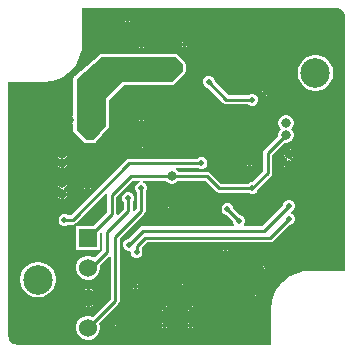
<source format=gbl>
G04*
G04 #@! TF.GenerationSoftware,Altium Limited,Altium Designer,22.0.2 (36)*
G04*
G04 Layer_Physical_Order=2*
G04 Layer_Color=16711680*
%FSLAX25Y25*%
%MOIN*%
G70*
G04*
G04 #@! TF.SameCoordinates,8AFDD3F0-81C4-4118-9C40-4E65E406D428*
G04*
G04*
G04 #@! TF.FilePolarity,Positive*
G04*
G01*
G75*
%ADD11C,0.01000*%
%ADD58C,0.06000*%
%ADD59R,0.06000X0.06000*%
%ADD60C,0.09843*%
%ADD61C,0.03150*%
%ADD62C,0.01968*%
G36*
X520336Y439862D02*
X520955Y439645D01*
X521510Y439296D01*
X521974Y438833D01*
X522322Y438278D01*
X522539Y437659D01*
X522618Y436952D01*
Y352381D01*
X510827D01*
X510778Y352372D01*
X510728Y352377D01*
X508424Y352150D01*
X508330Y352121D01*
X508231Y352111D01*
X506015Y351439D01*
X505928Y351393D01*
X505834Y351364D01*
X503792Y350272D01*
X503715Y350210D01*
X503628Y350163D01*
X501838Y348694D01*
X501776Y348618D01*
X501699Y348555D01*
X500231Y346765D01*
X500184Y346678D01*
X500121Y346602D01*
X499030Y344560D01*
X499001Y344465D01*
X498954Y344378D01*
X498282Y342162D01*
X498273Y342064D01*
X498244Y341969D01*
X498017Y339665D01*
X498022Y339616D01*
X498012Y339567D01*
Y327775D01*
X413442Y327775D01*
X412734Y327855D01*
X412116Y328071D01*
X411561Y328420D01*
X411097Y328884D01*
X410748Y329439D01*
X410532Y330057D01*
X410452Y330765D01*
Y415335D01*
X422244D01*
X422293Y415345D01*
X422342Y415340D01*
X424647Y415567D01*
X424741Y415596D01*
X424839Y415605D01*
X427055Y416277D01*
X427142Y416324D01*
X427237Y416353D01*
X429279Y417444D01*
X429355Y417507D01*
X429443Y417553D01*
X431232Y419022D01*
X431295Y419099D01*
X431371Y419161D01*
X432840Y420951D01*
X432887Y421038D01*
X432949Y421115D01*
X434041Y423157D01*
X434070Y423251D01*
X434116Y423338D01*
X434788Y425554D01*
X434798Y425653D01*
X434827Y425747D01*
X435054Y428051D01*
X435049Y428101D01*
X435058Y428150D01*
Y439941D01*
X519629D01*
X520336Y439862D01*
D02*
G37*
%LPC*%
G36*
X450500Y437079D02*
Y436721D01*
X450858D01*
X450834Y436778D01*
X450558Y437055D01*
X450500Y437079D01*
D02*
G37*
G36*
X449500D02*
X449442Y437055D01*
X449166Y436778D01*
X449142Y436721D01*
X449500D01*
Y437079D01*
D02*
G37*
G36*
X450858Y435720D02*
X450500D01*
Y435362D01*
X450558Y435386D01*
X450834Y435663D01*
X450858Y435720D01*
D02*
G37*
G36*
X449500D02*
X449142D01*
X449166Y435663D01*
X449442Y435386D01*
X449500Y435362D01*
Y435720D01*
D02*
G37*
G36*
X469791Y428811D02*
Y428453D01*
X470150D01*
X470126Y428510D01*
X469849Y428787D01*
X469791Y428811D01*
D02*
G37*
G36*
X468791D02*
X468734Y428787D01*
X468457Y428510D01*
X468433Y428453D01*
X468791D01*
Y428811D01*
D02*
G37*
G36*
X455224Y428417D02*
Y428059D01*
X455583D01*
X455559Y428117D01*
X455282Y428394D01*
X455224Y428417D01*
D02*
G37*
G36*
X454224D02*
X454167Y428394D01*
X453890Y428117D01*
X453866Y428059D01*
X454224D01*
Y428417D01*
D02*
G37*
G36*
X470150Y427453D02*
X469791D01*
Y427095D01*
X469849Y427118D01*
X470126Y427395D01*
X470150Y427453D01*
D02*
G37*
G36*
X468791D02*
X468433D01*
X468457Y427395D01*
X468734Y427118D01*
X468791Y427095D01*
Y427453D01*
D02*
G37*
G36*
X455583Y427059D02*
X455224D01*
Y426701D01*
X455282Y426725D01*
X455559Y427001D01*
X455583Y427059D01*
D02*
G37*
G36*
X454224D02*
X453866D01*
X453890Y427001D01*
X454167Y426725D01*
X454224Y426701D01*
Y427059D01*
D02*
G37*
G36*
X513378Y424228D02*
X512212D01*
X511068Y424001D01*
X509990Y423555D01*
X509021Y422906D01*
X508196Y422082D01*
X507548Y421112D01*
X507101Y420034D01*
X506874Y418890D01*
Y417724D01*
X507101Y416580D01*
X507548Y415502D01*
X508196Y414533D01*
X509021Y413708D01*
X509990Y413060D01*
X511068Y412613D01*
X512212Y412386D01*
X513378D01*
X514522Y412613D01*
X515600Y413060D01*
X516570Y413708D01*
X517394Y414533D01*
X518043Y415502D01*
X518489Y416580D01*
X518716Y417724D01*
Y418890D01*
X518489Y420034D01*
X518043Y421112D01*
X517394Y422082D01*
X516570Y422906D01*
X515600Y423555D01*
X514522Y424001D01*
X513378Y424228D01*
D02*
G37*
G36*
X496169Y412276D02*
Y411917D01*
X496527D01*
X496504Y411975D01*
X496227Y412252D01*
X496169Y412276D01*
D02*
G37*
G36*
X495169D02*
X495112Y412252D01*
X494835Y411975D01*
X494811Y411917D01*
X495169D01*
Y412276D01*
D02*
G37*
G36*
X496527Y410917D02*
X496169D01*
Y410559D01*
X496227Y410583D01*
X496504Y410860D01*
X496527Y410917D01*
D02*
G37*
G36*
X495169D02*
X494811D01*
X494835Y410860D01*
X495112Y410583D01*
X495169Y410559D01*
Y410917D01*
D02*
G37*
G36*
X477560Y417339D02*
X476771D01*
X476041Y417036D01*
X475483Y416478D01*
X475181Y415749D01*
Y414960D01*
X475483Y414230D01*
X476041Y413672D01*
X476771Y413370D01*
X476987D01*
X481989Y408367D01*
X482486Y408036D01*
X483071Y407919D01*
X490455D01*
X490608Y407767D01*
X491338Y407465D01*
X492127D01*
X492856Y407767D01*
X493414Y408325D01*
X493716Y409054D01*
Y409843D01*
X493414Y410573D01*
X492856Y411131D01*
X492127Y411433D01*
X491338D01*
X490608Y411131D01*
X490455Y410978D01*
X483704D01*
X479150Y415533D01*
Y415749D01*
X478848Y416478D01*
X478289Y417036D01*
X477560Y417339D01*
D02*
G37*
G36*
X466134Y424649D02*
X441629D01*
X441474Y424618D01*
X441318Y424600D01*
X441281Y424580D01*
X441239Y424572D01*
X441108Y424484D01*
X440970Y424407D01*
X432496Y417217D01*
X432470Y417184D01*
X432435Y417161D01*
X432347Y417029D01*
X432249Y416905D01*
X432237Y416865D01*
X432214Y416830D01*
X432183Y416675D01*
X432140Y416523D01*
X432145Y416481D01*
X432136Y416440D01*
Y404262D01*
X431636Y404055D01*
X431601Y404091D01*
X431209Y404253D01*
Y402756D01*
Y401259D01*
X431601Y401421D01*
X431636Y401456D01*
X432136Y401249D01*
Y398978D01*
X432142Y398952D01*
X432138Y398925D01*
X432180Y398757D01*
X432214Y398587D01*
X432229Y398565D01*
X432235Y398539D01*
X432339Y398401D01*
X432435Y398257D01*
X432457Y398242D01*
X432473Y398220D01*
X435895Y395134D01*
X436043Y395045D01*
X436188Y394949D01*
X436214Y394944D01*
X436236Y394930D01*
X436408Y394905D01*
X436578Y394871D01*
X438976D01*
X439020Y394880D01*
X439064Y394875D01*
X439214Y394919D01*
X439367Y394949D01*
X439403Y394974D01*
X439446Y394986D01*
X439568Y395083D01*
X439697Y395170D01*
X439722Y395207D01*
X439757Y395235D01*
X443694Y399916D01*
X443769Y400052D01*
X443855Y400182D01*
X443864Y400225D01*
X443885Y400264D01*
X443903Y400419D01*
X443933Y400572D01*
Y409420D01*
X448847Y414335D01*
X464961D01*
X465351Y414412D01*
X465682Y414633D01*
X469225Y418177D01*
X469446Y418507D01*
X469523Y418898D01*
Y421260D01*
X469446Y421650D01*
X469225Y421981D01*
X466855Y424351D01*
X466524Y424572D01*
X466134Y424649D01*
D02*
G37*
G36*
X455224Y404008D02*
Y403650D01*
X455583D01*
X455559Y403707D01*
X455282Y403984D01*
X455224Y404008D01*
D02*
G37*
G36*
X454224D02*
X454167Y403984D01*
X453890Y403707D01*
X453866Y403650D01*
X454224D01*
Y404008D01*
D02*
G37*
G36*
X430209Y404253D02*
X429817Y404091D01*
X429374Y403648D01*
X429211Y403256D01*
X430209D01*
Y404253D01*
D02*
G37*
G36*
X455583Y402650D02*
X455224D01*
Y402291D01*
X455282Y402315D01*
X455559Y402592D01*
X455583Y402650D01*
D02*
G37*
G36*
X454224D02*
X453866D01*
X453890Y402592D01*
X454167Y402315D01*
X454224Y402291D01*
Y402650D01*
D02*
G37*
G36*
X430209Y402256D02*
X429211D01*
X429374Y401864D01*
X429817Y401421D01*
X430209Y401259D01*
Y402256D01*
D02*
G37*
G36*
X503292Y404150D02*
X502614D01*
X501959Y403974D01*
X501372Y403635D01*
X500892Y403156D01*
X500553Y402569D01*
X500378Y401914D01*
Y401236D01*
X500553Y400581D01*
X500892Y399994D01*
X501280Y399606D01*
X500892Y399219D01*
X500553Y398632D01*
X500378Y397977D01*
Y397299D01*
X500393Y397241D01*
X495769Y392617D01*
X495437Y392121D01*
X495321Y391535D01*
Y385673D01*
X491554Y381906D01*
X491338D01*
X490608Y381603D01*
X490455Y381451D01*
X481342D01*
X477778Y385015D01*
X477281Y385347D01*
X476696Y385463D01*
X466959D01*
X466930Y385515D01*
X466450Y385994D01*
X466164Y386160D01*
X466298Y386660D01*
X473526D01*
X473679Y386507D01*
X474408Y386205D01*
X475198D01*
X475927Y386507D01*
X476485Y387065D01*
X476787Y387794D01*
Y388584D01*
X476485Y389313D01*
X475927Y389871D01*
X475198Y390173D01*
X474408D01*
X473679Y389871D01*
X473526Y389718D01*
X450787D01*
X450202Y389602D01*
X449706Y389270D01*
X431256Y370821D01*
X430411D01*
X430258Y370973D01*
X429529Y371276D01*
X428739D01*
X428010Y370973D01*
X427452Y370415D01*
X427150Y369686D01*
Y368897D01*
X427452Y368167D01*
X428010Y367609D01*
X428739Y367307D01*
X429529D01*
X430258Y367609D01*
X430411Y367762D01*
X431890D01*
X432475Y367878D01*
X432971Y368210D01*
X442972Y378211D01*
X443433Y377965D01*
X443353Y377559D01*
Y371854D01*
X438845Y367347D01*
X433008D01*
Y359347D01*
X441008D01*
Y365100D01*
X441334Y365382D01*
X441778Y365160D01*
Y359295D01*
X439189Y356706D01*
X438552Y357074D01*
X437535Y357347D01*
X436481D01*
X435464Y357074D01*
X434552Y356547D01*
X433807Y355802D01*
X433281Y354890D01*
X433008Y353873D01*
Y352820D01*
X433281Y351802D01*
X433807Y350890D01*
X434552Y350146D01*
X435464Y349619D01*
X436481Y349346D01*
X437535D01*
X438552Y349619D01*
X439464Y350146D01*
X440209Y350890D01*
X440735Y351802D01*
X441008Y352820D01*
Y353873D01*
X440939Y354130D01*
X444034Y357225D01*
X444534Y357018D01*
Y343035D01*
X438565Y337066D01*
X438552Y337074D01*
X437535Y337347D01*
X436481D01*
X435464Y337074D01*
X434552Y336547D01*
X433807Y335803D01*
X433281Y334890D01*
X433008Y333873D01*
Y332820D01*
X433281Y331803D01*
X433807Y330890D01*
X434552Y330146D01*
X435464Y329619D01*
X436481Y329346D01*
X437535D01*
X438552Y329619D01*
X439464Y330146D01*
X440209Y330890D01*
X440735Y331803D01*
X441008Y332820D01*
Y333873D01*
X440735Y334890D01*
X440728Y334904D01*
X447144Y341320D01*
X447476Y341816D01*
X447592Y342402D01*
Y363146D01*
X455781Y371334D01*
X456112Y371831D01*
X456229Y372416D01*
Y378670D01*
X456381Y378822D01*
X456683Y379552D01*
Y380341D01*
X456381Y381070D01*
X455823Y381628D01*
X455094Y381931D01*
X455157Y382404D01*
X462779D01*
X462809Y382353D01*
X463288Y381873D01*
X463875Y381535D01*
X464530Y381359D01*
X465208D01*
X465863Y381535D01*
X466450Y381873D01*
X466930Y382353D01*
X466959Y382404D01*
X476063D01*
X479627Y378840D01*
X480123Y378508D01*
X480709Y378392D01*
X490455D01*
X490608Y378239D01*
X491338Y377937D01*
X492127D01*
X492856Y378239D01*
X493414Y378797D01*
X493716Y379527D01*
Y379743D01*
X497932Y383958D01*
X498263Y384454D01*
X498380Y385039D01*
Y390902D01*
X502556Y395078D01*
X502614Y395063D01*
X503292D01*
X503947Y395238D01*
X504534Y395577D01*
X505013Y396057D01*
X505352Y396644D01*
X505528Y397299D01*
Y397977D01*
X505352Y398632D01*
X505013Y399219D01*
X504626Y399606D01*
X505013Y399994D01*
X505352Y400581D01*
X505528Y401236D01*
Y401914D01*
X505352Y402569D01*
X505013Y403156D01*
X504534Y403635D01*
X503947Y403974D01*
X503292Y404150D01*
D02*
G37*
G36*
X456405Y394953D02*
Y394595D01*
X456764D01*
X456740Y394652D01*
X456463Y394929D01*
X456405Y394953D01*
D02*
G37*
G36*
X455406D02*
X455348Y394929D01*
X455071Y394652D01*
X455047Y394595D01*
X455406D01*
Y394953D01*
D02*
G37*
G36*
X456764Y393595D02*
X456405D01*
Y393236D01*
X456463Y393260D01*
X456740Y393537D01*
X456764Y393595D01*
D02*
G37*
G36*
X455406D02*
X455047D01*
X455071Y393537D01*
X455348Y393260D01*
X455406Y393236D01*
Y393595D01*
D02*
G37*
G36*
X504437Y392836D02*
Y391839D01*
X505435D01*
X505272Y392231D01*
X504829Y392674D01*
X504437Y392836D01*
D02*
G37*
G36*
X503437D02*
X503045Y392674D01*
X502602Y392231D01*
X502440Y391839D01*
X503437D01*
Y392836D01*
D02*
G37*
G36*
X428847Y392639D02*
Y391642D01*
X429844D01*
X429681Y392034D01*
X429239Y392477D01*
X428847Y392639D01*
D02*
G37*
G36*
X427846D02*
X427454Y392477D01*
X427011Y392034D01*
X426849Y391642D01*
X427846D01*
Y392639D01*
D02*
G37*
G36*
X491445Y389047D02*
Y388689D01*
X491803D01*
X491779Y388747D01*
X491502Y389023D01*
X491445Y389047D01*
D02*
G37*
G36*
X490445D02*
X490387Y389023D01*
X490110Y388747D01*
X490087Y388689D01*
X490445D01*
Y389047D01*
D02*
G37*
G36*
X429844Y390642D02*
X426849D01*
X427011Y390250D01*
X427272Y389989D01*
X427399Y389665D01*
X427272Y389341D01*
X427011Y389081D01*
X426849Y388689D01*
X429844D01*
X429681Y389081D01*
X429421Y389341D01*
X429294Y389665D01*
X429421Y389989D01*
X429681Y390250D01*
X429844Y390642D01*
D02*
G37*
G36*
X505435Y390839D02*
X502440D01*
X502602Y390446D01*
X503045Y390003D01*
X503459Y389832D01*
Y389302D01*
X503045Y389130D01*
X502602Y388687D01*
X502440Y388295D01*
X505435D01*
X505272Y388687D01*
X504829Y389130D01*
X504415Y389302D01*
Y389832D01*
X504829Y390003D01*
X505272Y390446D01*
X505435Y390839D01*
D02*
G37*
G36*
X491803Y387689D02*
X491445D01*
Y387331D01*
X491502Y387355D01*
X491779Y387631D01*
X491803Y387689D01*
D02*
G37*
G36*
X490445D02*
X490087D01*
X490110Y387631D01*
X490387Y387355D01*
X490445Y387331D01*
Y387689D01*
D02*
G37*
G36*
X429844D02*
X428847D01*
Y386691D01*
X429239Y386854D01*
X429681Y387297D01*
X429844Y387689D01*
D02*
G37*
G36*
X427846D02*
X426849D01*
X427011Y387297D01*
X427454Y386854D01*
X427846Y386691D01*
Y387689D01*
D02*
G37*
G36*
X505435Y387295D02*
X504437D01*
Y386298D01*
X504829Y386460D01*
X505272Y386903D01*
X505435Y387295D01*
D02*
G37*
G36*
X503437D02*
X502440D01*
X502602Y386903D01*
X503045Y386460D01*
X503437Y386298D01*
Y387295D01*
D02*
G37*
G36*
X428847Y382994D02*
Y381996D01*
X429844D01*
X429681Y382388D01*
X429239Y382831D01*
X428847Y382994D01*
D02*
G37*
G36*
X427846D02*
X427454Y382831D01*
X427011Y382388D01*
X426849Y381996D01*
X427846D01*
Y382994D01*
D02*
G37*
G36*
X439083Y381173D02*
Y380815D01*
X439441D01*
X439417Y380873D01*
X439140Y381149D01*
X439083Y381173D01*
D02*
G37*
G36*
X438083D02*
X438025Y381149D01*
X437748Y380873D01*
X437724Y380815D01*
X438083D01*
Y381173D01*
D02*
G37*
G36*
X435539D02*
Y380815D01*
X435898D01*
X435874Y380873D01*
X435597Y381149D01*
X435539Y381173D01*
D02*
G37*
G36*
X434539D02*
X434482Y381149D01*
X434205Y380873D01*
X434181Y380815D01*
X434539D01*
Y381173D01*
D02*
G37*
G36*
X439441Y379815D02*
X439083D01*
Y379457D01*
X439140Y379481D01*
X439417Y379757D01*
X439441Y379815D01*
D02*
G37*
G36*
X438083D02*
X437724D01*
X437748Y379757D01*
X438025Y379481D01*
X438083Y379457D01*
Y379815D01*
D02*
G37*
G36*
X435898D02*
X435539D01*
Y379457D01*
X435597Y379481D01*
X435874Y379757D01*
X435898Y379815D01*
D02*
G37*
G36*
X434539D02*
X434181D01*
X434205Y379757D01*
X434482Y379481D01*
X434539Y379457D01*
Y379815D01*
D02*
G37*
G36*
X429844Y380996D02*
X426849D01*
X427011Y380604D01*
X427454Y380161D01*
X427869Y379990D01*
Y379459D01*
X427454Y379288D01*
X427011Y378845D01*
X426849Y378453D01*
X429844D01*
X429681Y378845D01*
X429239Y379288D01*
X428825Y379459D01*
Y379990D01*
X429239Y380161D01*
X429681Y380604D01*
X429844Y380996D01*
D02*
G37*
G36*
Y377453D02*
X428847D01*
Y376455D01*
X429239Y376618D01*
X429681Y377061D01*
X429844Y377453D01*
D02*
G37*
G36*
X427846D02*
X426849D01*
X427011Y377061D01*
X427454Y376618D01*
X427846Y376455D01*
Y377453D01*
D02*
G37*
G36*
X465067Y374874D02*
Y374516D01*
X465425D01*
X465401Y374573D01*
X465125Y374850D01*
X465067Y374874D01*
D02*
G37*
G36*
X464067D02*
X464009Y374850D01*
X463732Y374573D01*
X463709Y374516D01*
X464067D01*
Y374874D01*
D02*
G37*
G36*
X465425Y373516D02*
X465067D01*
Y373158D01*
X465125Y373181D01*
X465401Y373458D01*
X465425Y373516D01*
D02*
G37*
G36*
X464067D02*
X463709D01*
X463732Y373458D01*
X464009Y373181D01*
X464067Y373158D01*
Y373516D01*
D02*
G37*
G36*
X504332Y376000D02*
X503542D01*
X502813Y375698D01*
X502255Y375140D01*
X501953Y374410D01*
Y374194D01*
X495036Y367277D01*
X489241D01*
X489049Y367739D01*
X489084Y367774D01*
X489386Y368503D01*
Y369292D01*
X489084Y370022D01*
X488526Y370580D01*
X487796Y370882D01*
X487580D01*
X485449Y373013D01*
Y373229D01*
X485147Y373959D01*
X484589Y374517D01*
X483859Y374819D01*
X483070D01*
X482341Y374517D01*
X481782Y373959D01*
X481480Y373229D01*
Y372440D01*
X481782Y371711D01*
X482341Y371152D01*
X483070Y370850D01*
X483286D01*
X485417Y368719D01*
Y368503D01*
X485719Y367774D01*
X485754Y367739D01*
X485562Y367277D01*
X455344D01*
X454759Y367161D01*
X454263Y366829D01*
X450535Y363101D01*
X450319D01*
X449590Y362799D01*
X449031Y362241D01*
X448729Y361512D01*
Y360722D01*
X449031Y359993D01*
X449590Y359435D01*
X450319Y359133D01*
X450703D01*
X451117Y359064D01*
X451165Y358671D01*
Y358267D01*
X451468Y357537D01*
X452026Y356979D01*
X452755Y356677D01*
X453544D01*
X454274Y356979D01*
X454832Y357537D01*
X455134Y358267D01*
Y359056D01*
X454832Y359785D01*
X454991Y360309D01*
X456539Y361856D01*
X497638D01*
X498223Y361973D01*
X498719Y362304D01*
X504116Y367701D01*
X504332D01*
X505061Y368003D01*
X505619Y368561D01*
X505921Y369290D01*
Y370080D01*
X505619Y370809D01*
X505061Y371367D01*
X504548Y371580D01*
Y372121D01*
X505061Y372334D01*
X505619Y372892D01*
X505921Y373621D01*
Y374410D01*
X505619Y375140D01*
X505061Y375698D01*
X504332Y376000D01*
D02*
G37*
G36*
X483177Y360701D02*
Y360343D01*
X483535D01*
X483512Y360400D01*
X483235Y360677D01*
X483177Y360701D01*
D02*
G37*
G36*
X482177D02*
X482120Y360677D01*
X481843Y360400D01*
X481819Y360343D01*
X482177D01*
Y360701D01*
D02*
G37*
G36*
X483535Y359343D02*
X483177D01*
Y358984D01*
X483235Y359008D01*
X483512Y359285D01*
X483535Y359343D01*
D02*
G37*
G36*
X482177D02*
X481819D01*
X481843Y359285D01*
X482120Y359008D01*
X482177Y358984D01*
Y359343D01*
D02*
G37*
G36*
X497350Y355828D02*
Y354831D01*
X498348D01*
X498185Y355223D01*
X497742Y355666D01*
X497350Y355828D01*
D02*
G37*
G36*
X496350D02*
X495958Y355666D01*
X495515Y355223D01*
X495353Y354831D01*
X496350D01*
Y355828D01*
D02*
G37*
G36*
X498348Y353831D02*
X497350D01*
Y352833D01*
X497742Y352996D01*
X498185Y353439D01*
X498348Y353831D01*
D02*
G37*
G36*
X496350D02*
X495353D01*
X495515Y353439D01*
X495958Y352996D01*
X496350Y352833D01*
Y353831D01*
D02*
G37*
G36*
X468217Y349283D02*
Y348925D01*
X468575D01*
X468551Y348983D01*
X468274Y349260D01*
X468217Y349283D01*
D02*
G37*
G36*
X467216D02*
X467159Y349260D01*
X466882Y348983D01*
X466858Y348925D01*
X467216D01*
Y349283D01*
D02*
G37*
G36*
X453256Y348102D02*
Y347744D01*
X453614D01*
X453590Y347802D01*
X453313Y348078D01*
X453256Y348102D01*
D02*
G37*
G36*
X452256D02*
X452198Y348078D01*
X451922Y347802D01*
X451898Y347744D01*
X452256D01*
Y348102D01*
D02*
G37*
G36*
X468575Y347925D02*
X468217D01*
Y347567D01*
X468274Y347591D01*
X468551Y347868D01*
X468575Y347925D01*
D02*
G37*
G36*
X467216D02*
X466858D01*
X466882Y347868D01*
X467159Y347591D01*
X467216Y347567D01*
Y347925D01*
D02*
G37*
G36*
X453614Y346744D02*
X453256D01*
Y346386D01*
X453313Y346410D01*
X453590Y346687D01*
X453614Y346744D01*
D02*
G37*
G36*
X452256D02*
X451898D01*
X451922Y346687D01*
X452198Y346410D01*
X452256Y346386D01*
Y346744D01*
D02*
G37*
G36*
X494004Y345543D02*
Y345185D01*
X494362D01*
X494338Y345243D01*
X494062Y345519D01*
X494004Y345543D01*
D02*
G37*
G36*
X493004D02*
X492946Y345519D01*
X492669Y345243D01*
X492646Y345185D01*
X493004D01*
Y345543D01*
D02*
G37*
G36*
X437508Y346318D02*
Y343847D01*
X439980D01*
X439803Y344504D01*
X439408Y345188D01*
X438850Y345747D01*
X438166Y346142D01*
X437508Y346318D01*
D02*
G37*
G36*
X436508D02*
X435850Y346142D01*
X435166Y345747D01*
X434607Y345188D01*
X434212Y344504D01*
X434036Y343847D01*
X436508D01*
Y346318D01*
D02*
G37*
G36*
X494362Y344185D02*
X494004D01*
Y343827D01*
X494062Y343851D01*
X494338Y344127D01*
X494362Y344185D01*
D02*
G37*
G36*
X493004D02*
X492646D01*
X492669Y344127D01*
X492946Y343851D01*
X493004Y343827D01*
Y344185D01*
D02*
G37*
G36*
X420859Y355331D02*
X419692D01*
X418548Y355103D01*
X417471Y354657D01*
X416501Y354009D01*
X415676Y353184D01*
X415028Y352214D01*
X414582Y351137D01*
X414354Y349993D01*
Y348826D01*
X414582Y347682D01*
X415028Y346605D01*
X415676Y345635D01*
X416501Y344810D01*
X417471Y344162D01*
X418548Y343716D01*
X419692Y343488D01*
X420859D01*
X422003Y343716D01*
X423080Y344162D01*
X424050Y344810D01*
X424875Y345635D01*
X425523Y346605D01*
X425969Y347682D01*
X426197Y348826D01*
Y349993D01*
X425969Y351137D01*
X425523Y352214D01*
X424875Y353184D01*
X424050Y354009D01*
X423080Y354657D01*
X422003Y355103D01*
X420859Y355331D01*
D02*
G37*
G36*
X439980Y342846D02*
X437508D01*
Y340375D01*
X438166Y340551D01*
X438850Y340946D01*
X439408Y341504D01*
X439803Y342189D01*
X439980Y342846D01*
D02*
G37*
G36*
X436508D02*
X434036D01*
X434212Y342189D01*
X434607Y341504D01*
X435166Y340946D01*
X435850Y340551D01*
X436508Y340375D01*
Y342846D01*
D02*
G37*
G36*
X471760Y340622D02*
Y340264D01*
X472118D01*
X472094Y340321D01*
X471817Y340598D01*
X471760Y340622D01*
D02*
G37*
G36*
X470760D02*
X470702Y340598D01*
X470425Y340321D01*
X470402Y340264D01*
X470760D01*
Y340622D01*
D02*
G37*
G36*
X463098D02*
Y340264D01*
X463457D01*
X463433Y340321D01*
X463156Y340598D01*
X463098Y340622D01*
D02*
G37*
G36*
X462098D02*
X462041Y340598D01*
X461764Y340321D01*
X461740Y340264D01*
X462098D01*
Y340622D01*
D02*
G37*
G36*
X472118Y339264D02*
X471760D01*
Y338906D01*
X471817Y338929D01*
X472094Y339206D01*
X472118Y339264D01*
D02*
G37*
G36*
X470760D02*
X470402D01*
X470425Y339206D01*
X470702Y338929D01*
X470760Y338906D01*
Y339264D01*
D02*
G37*
G36*
X463457D02*
X463098D01*
Y338906D01*
X463156Y338929D01*
X463433Y339206D01*
X463457Y339264D01*
D02*
G37*
G36*
X462098D02*
X461740D01*
X461764Y339206D01*
X462041Y338929D01*
X462098Y338906D01*
Y339264D01*
D02*
G37*
G36*
X447350Y335504D02*
Y335146D01*
X447709D01*
X447685Y335203D01*
X447408Y335480D01*
X447350Y335504D01*
D02*
G37*
G36*
X446350D02*
X446293Y335480D01*
X446016Y335203D01*
X445992Y335146D01*
X446350D01*
Y335504D01*
D02*
G37*
G36*
X471760Y335110D02*
Y334752D01*
X472118D01*
X472094Y334809D01*
X471817Y335086D01*
X471760Y335110D01*
D02*
G37*
G36*
X470760D02*
X470702Y335086D01*
X470425Y334809D01*
X470402Y334752D01*
X470760D01*
Y335110D01*
D02*
G37*
G36*
X463098D02*
Y334752D01*
X463457D01*
X463433Y334809D01*
X463156Y335086D01*
X463098Y335110D01*
D02*
G37*
G36*
X462098D02*
X462041Y335086D01*
X461764Y334809D01*
X461740Y334752D01*
X462098D01*
Y335110D01*
D02*
G37*
G36*
X447709Y334146D02*
X447350D01*
Y333787D01*
X447408Y333811D01*
X447685Y334088D01*
X447709Y334146D01*
D02*
G37*
G36*
X446350D02*
X445992D01*
X446016Y334088D01*
X446293Y333811D01*
X446350Y333787D01*
Y334146D01*
D02*
G37*
G36*
X472118Y333752D02*
X471760D01*
Y333394D01*
X471817Y333418D01*
X472094Y333694D01*
X472118Y333752D01*
D02*
G37*
G36*
X470760D02*
X470402D01*
X470425Y333694D01*
X470702Y333418D01*
X470760Y333394D01*
Y333752D01*
D02*
G37*
G36*
X463457D02*
X463098D01*
Y333394D01*
X463156Y333418D01*
X463433Y333694D01*
X463457Y333752D01*
D02*
G37*
G36*
X462098D02*
X461740D01*
X461764Y333694D01*
X462041Y333418D01*
X462098Y333394D01*
Y333752D01*
D02*
G37*
%LPD*%
G36*
X468504Y421260D02*
Y418898D01*
X464961Y415354D01*
X448425D01*
X442913Y409842D01*
Y400572D01*
X438976Y395891D01*
X436578D01*
X433156Y398978D01*
Y401941D01*
X433284Y402417D01*
Y403095D01*
X433156Y403571D01*
Y416440D01*
X441629Y423630D01*
X466134D01*
X468504Y421260D01*
D02*
G37*
G36*
X454305Y381931D02*
X453575Y381628D01*
X453017Y381070D01*
X452715Y380341D01*
Y379552D01*
X453017Y378822D01*
X453170Y378670D01*
Y373049D01*
X452401Y372280D01*
X452086Y372386D01*
X451923Y372510D01*
Y375223D01*
X452076Y375376D01*
X452378Y376105D01*
Y376895D01*
X452076Y377624D01*
X451518Y378182D01*
X450788Y378484D01*
X449999D01*
X449270Y378182D01*
X448711Y377624D01*
X448410Y376895D01*
Y376105D01*
X448711Y375376D01*
X448864Y375223D01*
Y373074D01*
X446899Y371109D01*
X446671Y371161D01*
X446411Y371328D01*
Y376926D01*
X451890Y382404D01*
X454241D01*
X454305Y381931D01*
D02*
G37*
D11*
X496850Y391535D02*
X502953Y397638D01*
X496850Y385039D02*
Y391535D01*
X491732Y379921D02*
X496850Y385039D01*
X480709Y379921D02*
X491732D01*
X476696Y383934D02*
X480709Y379921D01*
X464869Y383934D02*
X476696D01*
X483071Y409449D02*
X491732D01*
X477165Y415354D02*
X483071Y409449D01*
X483465Y372835D02*
X487402Y368898D01*
Y368898D02*
Y368898D01*
X451257Y383934D02*
X464869D01*
X450787Y388189D02*
X474803D01*
X431890Y369291D02*
X450787Y388189D01*
X450394Y372441D02*
Y376500D01*
X443307Y358661D02*
Y365354D01*
X450394Y372441D01*
X429134Y369291D02*
X431890D01*
X444882Y377559D02*
X451257Y383934D01*
X444882Y371220D02*
Y377559D01*
X437008Y363347D02*
X444882Y371220D01*
X437992Y353346D02*
X443307Y358661D01*
X446063Y363779D02*
X454699Y372416D01*
Y379946D01*
X446063Y342402D02*
Y363779D01*
X437008Y333347D02*
X446063Y342402D01*
X437008Y353346D02*
X437992D01*
X450714Y361117D02*
X455344Y365748D01*
X495669D01*
X453150Y360630D02*
X455905Y363386D01*
X497638D01*
X453150Y358661D02*
Y360630D01*
X497638Y363386D02*
X503937Y369685D01*
X495669Y365748D02*
X503937Y374016D01*
D58*
X437008Y333347D02*
D03*
Y353346D02*
D03*
Y343347D02*
D03*
D59*
Y363347D02*
D03*
D60*
X420275Y349409D02*
D03*
X512795Y418307D02*
D03*
D61*
X430709Y402756D02*
D03*
X437008Y415354D02*
D03*
X465748Y419685D02*
D03*
X464869Y383934D02*
D03*
X496850Y354331D02*
D03*
X428346Y377953D02*
D03*
Y381496D02*
D03*
X503937Y391339D02*
D03*
X428346Y391142D02*
D03*
Y388189D02*
D03*
X447244Y418110D02*
D03*
X503937Y387795D02*
D03*
X436811Y398819D02*
D03*
X502953Y397638D02*
D03*
Y401575D02*
D03*
D62*
X469291Y427953D02*
D03*
X491732Y379921D02*
D03*
X477165Y415354D02*
D03*
X491732Y409449D02*
D03*
X482677Y359842D02*
D03*
X483465Y372835D02*
D03*
X487402Y368898D02*
D03*
X490945Y388189D02*
D03*
X495669Y411417D02*
D03*
X474803Y388189D02*
D03*
X455905Y394094D02*
D03*
X429134Y369291D02*
D03*
X454724Y427559D02*
D03*
X452756Y347244D02*
D03*
X438583Y380315D02*
D03*
X435039D02*
D03*
X450000Y436221D02*
D03*
X454724Y403150D02*
D03*
X450394Y376500D02*
D03*
X454699Y379946D02*
D03*
X462598Y334252D02*
D03*
Y339764D02*
D03*
X471260D02*
D03*
Y334252D02*
D03*
X467717Y348425D02*
D03*
X450714Y361117D02*
D03*
X453150Y358661D02*
D03*
X464567Y374016D02*
D03*
X446850Y334646D02*
D03*
X503937Y374016D02*
D03*
Y369685D02*
D03*
X493504Y344685D02*
D03*
M02*

</source>
